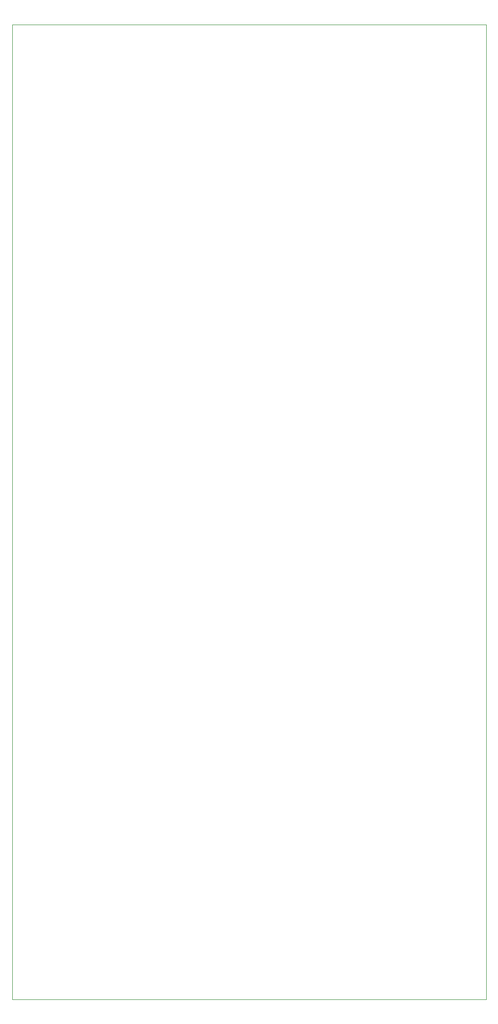
<source format=gbr>
%TF.GenerationSoftware,KiCad,Pcbnew,(6.0.4)*%
%TF.CreationDate,2022-07-16T18:17:00-05:00*%
%TF.ProjectId,macro_controller,6d616372-6f5f-4636-9f6e-74726f6c6c65,rev?*%
%TF.SameCoordinates,Original*%
%TF.FileFunction,Profile,NP*%
%FSLAX46Y46*%
G04 Gerber Fmt 4.6, Leading zero omitted, Abs format (unit mm)*
G04 Created by KiCad (PCBNEW (6.0.4)) date 2022-07-16 18:17:00*
%MOMM*%
%LPD*%
G01*
G04 APERTURE LIST*
%TA.AperFunction,Profile*%
%ADD10C,0.100000*%
%TD*%
G04 APERTURE END LIST*
D10*
X13538200Y-17856200D02*
X95224600Y-17856200D01*
X95224600Y-17856200D02*
X95224600Y-185547000D01*
X95224600Y-185547000D02*
X13538200Y-185547000D01*
X13538200Y-185547000D02*
X13538200Y-17856200D01*
M02*

</source>
